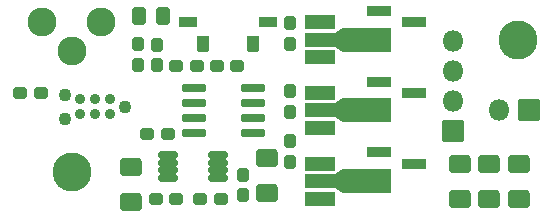
<source format=gbr>
G04 #@! TF.GenerationSoftware,KiCad,Pcbnew,7.0.1-3b83917a11~172~ubuntu22.10.1*
G04 #@! TF.CreationDate,2023-08-26T17:13:59+02:00*
G04 #@! TF.ProjectId,RGB_strip_driver,5247425f-7374-4726-9970-5f6472697665,rev?*
G04 #@! TF.SameCoordinates,Original*
G04 #@! TF.FileFunction,Soldermask,Top*
G04 #@! TF.FilePolarity,Negative*
%FSLAX46Y46*%
G04 Gerber Fmt 4.6, Leading zero omitted, Abs format (unit mm)*
G04 Created by KiCad (PCBNEW 7.0.1-3b83917a11~172~ubuntu22.10.1) date 2023-08-26 17:13:59*
%MOMM*%
%LPD*%
G01*
G04 APERTURE LIST*
G04 Aperture macros list*
%AMRoundRect*
0 Rectangle with rounded corners*
0 $1 Rounding radius*
0 $2 $3 $4 $5 $6 $7 $8 $9 X,Y pos of 4 corners*
0 Add a 4 corners polygon primitive as box body*
4,1,4,$2,$3,$4,$5,$6,$7,$8,$9,$2,$3,0*
0 Add four circle primitives for the rounded corners*
1,1,$1+$1,$2,$3*
1,1,$1+$1,$4,$5*
1,1,$1+$1,$6,$7*
1,1,$1+$1,$8,$9*
0 Add four rect primitives between the rounded corners*
20,1,$1+$1,$2,$3,$4,$5,0*
20,1,$1+$1,$4,$5,$6,$7,0*
20,1,$1+$1,$6,$7,$8,$9,0*
20,1,$1+$1,$8,$9,$2,$3,0*%
%AMFreePoly0*
4,1,15,0.524065,0.419965,0.542435,0.403290,1.042435,-0.346710,1.050559,-0.381692,1.033613,-0.413356,1.000000,-0.426000,-1.000000,-0.426000,-1.033613,-0.413356,-1.050559,-0.381692,-1.042435,-0.346710,-0.542435,0.403290,-0.524065,0.419965,-0.500000,0.426000,0.500000,0.426000,0.524065,0.419965,0.524065,0.419965,$1*%
G04 Aperture macros list end*
%ADD10C,3.302000*%
%ADD11RoundRect,0.288500X-0.237500X0.287500X-0.237500X-0.287500X0.237500X-0.287500X0.237500X0.287500X0*%
%ADD12RoundRect,0.288500X-0.287500X-0.237500X0.287500X-0.237500X0.287500X0.237500X-0.287500X0.237500X0*%
%ADD13RoundRect,0.288500X0.287500X0.237500X-0.287500X0.237500X-0.287500X-0.237500X0.287500X-0.237500X0*%
%ADD14RoundRect,0.288500X0.237500X-0.287500X0.237500X0.287500X-0.237500X0.287500X-0.237500X-0.287500X0*%
%ADD15RoundRect,0.051000X-0.950000X-0.400000X0.950000X-0.400000X0.950000X0.400000X-0.950000X0.400000X0*%
%ADD16RoundRect,0.051000X-1.250000X0.500000X-1.250000X-0.500000X1.250000X-0.500000X1.250000X0.500000X0*%
%ADD17FreePoly0,90.000000*%
%ADD18RoundRect,0.051000X-2.000000X1.000000X-2.000000X-1.000000X2.000000X-1.000000X2.000000X1.000000X0*%
%ADD19RoundRect,0.051000X-0.850000X0.850000X-0.850000X-0.850000X0.850000X-0.850000X0.850000X0.850000X0*%
%ADD20O,1.802000X1.802000*%
%ADD21RoundRect,0.201000X0.825000X0.150000X-0.825000X0.150000X-0.825000X-0.150000X0.825000X-0.150000X0*%
%ADD22RoundRect,0.301001X-0.624999X0.462499X-0.624999X-0.462499X0.624999X-0.462499X0.624999X0.462499X0*%
%ADD23RoundRect,0.301000X0.325000X0.450000X-0.325000X0.450000X-0.325000X-0.450000X0.325000X-0.450000X0*%
%ADD24RoundRect,0.176000X0.687500X0.125000X-0.687500X0.125000X-0.687500X-0.125000X0.687500X-0.125000X0*%
%ADD25C,1.092600*%
%ADD26C,0.889400*%
%ADD27RoundRect,0.051000X0.850000X0.850000X-0.850000X0.850000X-0.850000X-0.850000X0.850000X-0.850000X0*%
%ADD28RoundRect,0.051000X0.444500X0.635000X-0.444500X0.635000X-0.444500X-0.635000X0.444500X-0.635000X0*%
%ADD29RoundRect,0.051000X0.723900X0.393700X-0.723900X0.393700X-0.723900X-0.393700X0.723900X-0.393700X0*%
%ADD30C,2.442000*%
G04 APERTURE END LIST*
D10*
X106250000Y-135750000D03*
D11*
X124750000Y-128875000D03*
X124750000Y-130625000D03*
X111900000Y-124875000D03*
X111900000Y-126625000D03*
D12*
X117125000Y-138000000D03*
X118875000Y-138000000D03*
D10*
X144000000Y-124500000D03*
D11*
X124750000Y-123125000D03*
X124750000Y-124875000D03*
D13*
X116875000Y-126750000D03*
X115125000Y-126750000D03*
X115125000Y-138000000D03*
X113375000Y-138000000D03*
D14*
X113500000Y-126675000D03*
X113500000Y-124925000D03*
X124750000Y-134875000D03*
X124750000Y-133125000D03*
D15*
X132250000Y-134050000D03*
X132250000Y-135950000D03*
X135250000Y-135000000D03*
D16*
X127270000Y-123000000D03*
X127270000Y-124500000D03*
D17*
X128880000Y-124500000D03*
D18*
X131230000Y-124500000D03*
D16*
X127270000Y-126000000D03*
D15*
X132250000Y-128050000D03*
X132250000Y-129950000D03*
X135250000Y-129000000D03*
D19*
X145000000Y-130500000D03*
D20*
X142460000Y-130500000D03*
D21*
X121575000Y-132405000D03*
X121575000Y-131135000D03*
X121575000Y-129865000D03*
X121575000Y-128595000D03*
X116625000Y-128595000D03*
X116625000Y-129865000D03*
X116625000Y-131135000D03*
X116625000Y-132405000D03*
D22*
X139100000Y-135012500D03*
X139100000Y-137987500D03*
X141600000Y-135025000D03*
X141600000Y-138000000D03*
D16*
X127290000Y-129000000D03*
X127290000Y-130500000D03*
D17*
X128900000Y-130500000D03*
D18*
X131250000Y-130500000D03*
D16*
X127290000Y-132000000D03*
D23*
X114025000Y-122500000D03*
X111975000Y-122500000D03*
D22*
X122750000Y-134512500D03*
X122750000Y-137487500D03*
D24*
X118612500Y-136225000D03*
X118612500Y-135575000D03*
X118612500Y-134925000D03*
X118612500Y-134275000D03*
X114387500Y-134275000D03*
X114387500Y-134925000D03*
X114387500Y-135575000D03*
X114387500Y-136225000D03*
D22*
X144100000Y-135012500D03*
X144100000Y-137987500D03*
X111250000Y-135262500D03*
X111250000Y-138237500D03*
D16*
X127270000Y-135000000D03*
X127270000Y-136500000D03*
D17*
X128880000Y-136500000D03*
D18*
X131230000Y-136500000D03*
D16*
X127270000Y-138000000D03*
D25*
X110770000Y-130200000D03*
X105690000Y-131216000D03*
X105690000Y-129184000D03*
D26*
X109500000Y-129565000D03*
X109500000Y-130835000D03*
X108230000Y-129565000D03*
X108230000Y-130835000D03*
X106960000Y-129565000D03*
X106960000Y-130835000D03*
D15*
X132250000Y-122050000D03*
X132250000Y-123950000D03*
X135250000Y-123000000D03*
D27*
X138500000Y-132250000D03*
D20*
X138500000Y-129710000D03*
X138500000Y-127170000D03*
X138500000Y-124630000D03*
D13*
X114375000Y-132500000D03*
X112625000Y-132500000D03*
D11*
X120750000Y-135925000D03*
X120750000Y-137675000D03*
D12*
X118525000Y-126750000D03*
X120275000Y-126750000D03*
D28*
X121595500Y-124897000D03*
X117404500Y-124897000D03*
D29*
X122878200Y-123004700D03*
X116121800Y-123004700D03*
D30*
X108750000Y-123000000D03*
X106250000Y-125500000D03*
X103750000Y-123000000D03*
D13*
X103625000Y-129000000D03*
X101875000Y-129000000D03*
M02*

</source>
